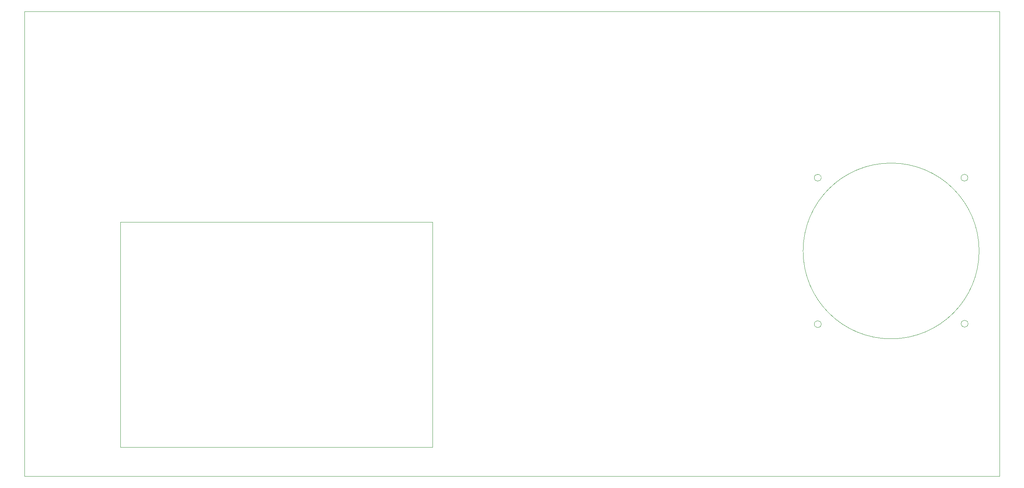
<source format=gbr>
%TF.GenerationSoftware,KiCad,Pcbnew,8.0.8*%
%TF.CreationDate,2025-03-17T16:38:29+00:00*%
%TF.ProjectId,memlnaut_0_1_joystick,6d656d6c-6e61-4757-945f-305f315f6a6f,rev?*%
%TF.SameCoordinates,Original*%
%TF.FileFunction,Profile,NP*%
%FSLAX46Y46*%
G04 Gerber Fmt 4.6, Leading zero omitted, Abs format (unit mm)*
G04 Created by KiCad (PCBNEW 8.0.8) date 2025-03-17 16:38:29*
%MOMM*%
%LPD*%
G01*
G04 APERTURE LIST*
%TA.AperFunction,Profile*%
%ADD10C,0.050000*%
%TD*%
G04 APERTURE END LIST*
D10*
X56000000Y-41400000D02*
X272030000Y-41400000D01*
X272030000Y-144510000D01*
X56000000Y-144510000D01*
X56000000Y-41400000D01*
%TO.C,REF\u002A\u002A*%
X232542168Y-78260000D02*
G75*
G02*
X231017832Y-78260000I-762168J0D01*
G01*
X231017832Y-78260000D02*
G75*
G02*
X232542168Y-78260000I762168J0D01*
G01*
X232542168Y-110760000D02*
G75*
G02*
X231017832Y-110760000I-762168J0D01*
G01*
X231017832Y-110760000D02*
G75*
G02*
X232542168Y-110760000I762168J0D01*
G01*
X267530000Y-94510000D02*
G75*
G02*
X228530000Y-94510000I-19500000J0D01*
G01*
X228530000Y-94510000D02*
G75*
G02*
X267530000Y-94510000I19500000J0D01*
G01*
X265042168Y-78260000D02*
G75*
G02*
X263517832Y-78260000I-762168J0D01*
G01*
X263517832Y-78260000D02*
G75*
G02*
X265042168Y-78260000I762168J0D01*
G01*
X265082168Y-110657832D02*
G75*
G02*
X263557832Y-110657832I-762168J0D01*
G01*
X263557832Y-110657832D02*
G75*
G02*
X265082168Y-110657832I762168J0D01*
G01*
X77205000Y-88060000D02*
X146405000Y-88060000D01*
X146405000Y-138060000D01*
X77205000Y-138060000D01*
X77205000Y-88060000D01*
%TD*%
M02*

</source>
